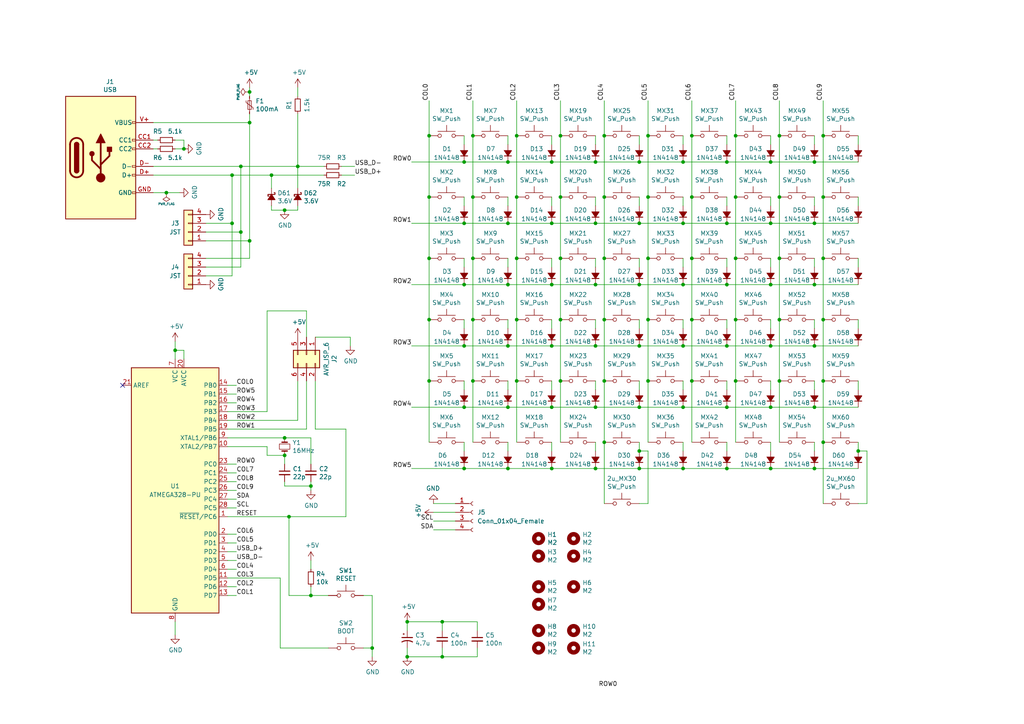
<source format=kicad_sch>
(kicad_sch (version 20211123) (generator eeschema)
  (paper "A4")
  (title_block (title "Lumberjack PCB") (date "2022-02-25") (rev "1.6"))
  (junction (at 198.12 135.89))
  (junction (at 86.36 48.26))
  (junction (at 90.17 140.97))
  (junction (at 223.52 64.77))
  (junction (at 200.66 92.71))
  (junction (at 185.42 64.77))
  (junction (at 160.02 46.99))
  (junction (at 226.06 39.37))
  (junction (at 160.02 100.33))
  (junction (at 185.42 118.11))
  (junction (at 107.95 187.96))
  (junction (at 134.62 135.89))
  (junction (at 134.62 46.99))
  (junction (at 175.26 57.15))
  (junction (at 160.02 118.11))
  (junction (at 67.31 50.8))
  (junction (at 69.85 48.26))
  (junction (at 128.27 190.5))
  (junction (at 185.42 100.33))
  (junction (at 160.02 135.89))
  (junction (at 238.76 128.27))
  (junction (at 134.62 118.11))
  (junction (at 83.82 149.86))
  (junction (at 50.8 101.6))
  (junction (at 82.55 132.08))
  (junction (at 175.26 74.93))
  (junction (at 198.12 64.77))
  (junction (at 213.36 74.93))
  (junction (at 124.46 39.37))
  (junction (at 162.56 74.93))
  (junction (at 137.16 92.71))
  (junction (at 200.66 74.93))
  (junction (at 72.39 26.67))
  (junction (at 210.82 100.33))
  (junction (at 72.39 69.85))
  (junction (at 175.26 39.37))
  (junction (at 124.46 92.71))
  (junction (at 198.12 118.11))
  (junction (at 162.56 110.49))
  (junction (at 82.55 60.96))
  (junction (at 238.76 57.15))
  (junction (at 223.52 82.55))
  (junction (at 149.86 74.93))
  (junction (at 226.06 92.71))
  (junction (at 160.02 64.77))
  (junction (at 172.72 82.55))
  (junction (at 162.56 57.15))
  (junction (at 187.96 57.15))
  (junction (at 236.22 135.89))
  (junction (at 69.85 67.31))
  (junction (at 226.06 110.49))
  (junction (at 226.06 74.93))
  (junction (at 236.22 82.55))
  (junction (at 248.92 130.81))
  (junction (at 90.17 172.72))
  (junction (at 236.22 100.33))
  (junction (at 238.76 39.37))
  (junction (at 72.39 35.56))
  (junction (at 162.56 39.37))
  (junction (at 185.42 82.55))
  (junction (at 124.46 57.15))
  (junction (at 134.62 64.77))
  (junction (at 147.32 100.33))
  (junction (at 147.32 135.89))
  (junction (at 213.36 92.71))
  (junction (at 210.82 118.11))
  (junction (at 149.86 39.37))
  (junction (at 236.22 46.99))
  (junction (at 187.96 39.37))
  (junction (at 137.16 74.93))
  (junction (at 118.11 180.34))
  (junction (at 67.31 64.77))
  (junction (at 175.26 92.71))
  (junction (at 223.52 46.99))
  (junction (at 213.36 57.15))
  (junction (at 185.42 135.89))
  (junction (at 172.72 64.77))
  (junction (at 134.62 100.33))
  (junction (at 149.86 110.49))
  (junction (at 137.16 110.49))
  (junction (at 223.52 135.89))
  (junction (at 213.36 39.37))
  (junction (at 149.86 92.71))
  (junction (at 185.42 46.99))
  (junction (at 236.22 64.77))
  (junction (at 48.26 55.88))
  (junction (at 175.26 128.27))
  (junction (at 172.72 100.33))
  (junction (at 187.96 74.93))
  (junction (at 137.16 57.15))
  (junction (at 175.26 110.49))
  (junction (at 236.22 118.11))
  (junction (at 160.02 82.55))
  (junction (at 124.46 74.93))
  (junction (at 223.52 100.33))
  (junction (at 187.96 92.71))
  (junction (at 238.76 92.71))
  (junction (at 147.32 46.99))
  (junction (at 172.72 118.11))
  (junction (at 198.12 46.99))
  (junction (at 78.74 50.8))
  (junction (at 200.66 39.37))
  (junction (at 223.52 118.11))
  (junction (at 238.76 110.49))
  (junction (at 213.36 110.49))
  (junction (at 198.12 82.55))
  (junction (at 210.82 82.55))
  (junction (at 149.86 57.15))
  (junction (at 172.72 135.89))
  (junction (at 124.46 110.49))
  (junction (at 147.32 118.11))
  (junction (at 200.66 57.15))
  (junction (at 226.06 57.15))
  (junction (at 147.32 64.77))
  (junction (at 200.66 110.49))
  (junction (at 238.76 74.93))
  (junction (at 128.27 180.34))
  (junction (at 210.82 64.77))
  (junction (at 185.42 130.81))
  (junction (at 134.62 82.55))
  (junction (at 147.32 82.55))
  (junction (at 198.12 100.33))
  (junction (at 82.55 127))
  (junction (at 162.56 92.71))
  (junction (at 210.82 46.99))
  (junction (at 210.82 135.89))
  (junction (at 187.96 110.49))
  (junction (at 118.11 190.5))
  (junction (at 53.34 43.18))
  (junction (at 172.72 46.99))
  (junction (at 137.16 39.37))
  (no_connect (at 35.56 111.76))
  (wire (pts (xy 81.28 167.64) (xy 81.28 187.96)))
  (wire (pts (xy 213.36 74.93) (xy 213.36 92.71)))
  (wire (pts (xy 160.02 57.15) (xy 160.02 59.69)))
  (wire (pts (xy 137.16 39.37) (xy 137.16 29.21)))
  (wire (pts (xy 119.38 46.99) (xy 134.62 46.99)))
  (wire (pts (xy 66.04 111.76) (xy 68.58 111.76)))
  (wire (pts (xy 69.85 48.26) (xy 86.36 48.26)))
  (wire (pts (xy 198.12 100.33) (xy 210.82 100.33)))
  (wire (pts (xy 53.34 101.6) (xy 50.8 101.6)))
  (wire (pts (xy 149.86 92.71) (xy 149.86 110.49)))
  (wire (pts (xy 185.42 82.55) (xy 198.12 82.55)))
  (wire (pts (xy 160.02 39.37) (xy 160.02 41.91)))
  (wire (pts (xy 226.06 39.37) (xy 226.06 57.15)))
  (wire (pts (xy 66.04 144.78) (xy 68.58 144.78)))
  (wire (pts (xy 44.45 50.8) (xy 67.31 50.8)))
  (wire (pts (xy 90.17 127) (xy 90.17 134.62)))
  (wire (pts (xy 66.04 170.18) (xy 68.58 170.18)))
  (wire (pts (xy 82.55 139.7) (xy 82.55 140.97)))
  (wire (pts (xy 223.52 110.49) (xy 223.52 113.03)))
  (wire (pts (xy 107.95 187.96) (xy 107.95 190.5)))
  (wire (pts (xy 238.76 57.15) (xy 238.76 74.93)))
  (wire (pts (xy 90.17 172.72) (xy 95.25 172.72)))
  (wire (pts (xy 77.47 129.54) (xy 66.04 129.54)))
  (wire (pts (xy 149.86 39.37) (xy 149.86 29.21)))
  (wire (pts (xy 251.46 130.81) (xy 248.92 130.81)))
  (wire (pts (xy 238.76 74.93) (xy 238.76 92.71)))
  (wire (pts (xy 82.55 140.97) (xy 90.17 140.97)))
  (wire (pts (xy 90.17 142.24) (xy 90.17 140.97)))
  (wire (pts (xy 162.56 74.93) (xy 162.56 57.15)))
  (wire (pts (xy 226.06 57.15) (xy 226.06 74.93)))
  (wire (pts (xy 187.96 130.81) (xy 185.42 130.81)))
  (wire (pts (xy 78.74 50.8) (xy 78.74 54.61)))
  (wire (pts (xy 137.16 74.93) (xy 137.16 92.71)))
  (wire (pts (xy 172.72 92.71) (xy 172.72 95.25)))
  (wire (pts (xy 238.76 92.71) (xy 238.76 110.49)))
  (wire (pts (xy 200.66 57.15) (xy 200.66 39.37)))
  (wire (pts (xy 223.52 74.93) (xy 223.52 77.47)))
  (wire (pts (xy 44.45 43.18) (xy 45.72 43.18)))
  (wire (pts (xy 118.11 187.96) (xy 118.11 190.5)))
  (wire (pts (xy 67.31 64.77) (xy 67.31 80.01)))
  (wire (pts (xy 66.04 142.24) (xy 68.58 142.24)))
  (wire (pts (xy 68.58 154.94) (xy 66.04 154.94)))
  (wire (pts (xy 147.32 46.99) (xy 160.02 46.99)))
  (wire (pts (xy 134.62 74.93) (xy 134.62 77.47)))
  (wire (pts (xy 147.32 64.77) (xy 160.02 64.77)))
  (wire (pts (xy 187.96 57.15) (xy 187.96 39.37)))
  (wire (pts (xy 86.36 110.49) (xy 86.36 121.92)))
  (wire (pts (xy 72.39 69.85) (xy 72.39 74.93)))
  (wire (pts (xy 72.39 33.02) (xy 72.39 35.56)))
  (wire (pts (xy 236.22 92.71) (xy 236.22 95.25)))
  (wire (pts (xy 78.74 50.8) (xy 93.98 50.8)))
  (wire (pts (xy 200.66 74.93) (xy 200.66 57.15)))
  (wire (pts (xy 66.04 119.38) (xy 77.47 119.38)))
  (wire (pts (xy 124.46 74.93) (xy 124.46 57.15)))
  (wire (pts (xy 160.02 82.55) (xy 172.72 82.55)))
  (wire (pts (xy 134.62 64.77) (xy 147.32 64.77)))
  (wire (pts (xy 67.31 50.8) (xy 78.74 50.8)))
  (wire (pts (xy 66.04 147.32) (xy 68.58 147.32)))
  (wire (pts (xy 210.82 118.11) (xy 223.52 118.11)))
  (wire (pts (xy 72.39 74.93) (xy 59.69 74.93)))
  (wire (pts (xy 88.9 90.17) (xy 88.9 97.79)))
  (wire (pts (xy 236.22 39.37) (xy 236.22 41.91)))
  (wire (pts (xy 81.28 187.96) (xy 95.25 187.96)))
  (wire (pts (xy 82.55 132.08) (xy 77.47 132.08)))
  (wire (pts (xy 69.85 48.26) (xy 69.85 67.31)))
  (wire (pts (xy 134.62 92.71) (xy 134.62 95.25)))
  (wire (pts (xy 160.02 135.89) (xy 172.72 135.89)))
  (wire (pts (xy 236.22 82.55) (xy 248.92 82.55)))
  (wire (pts (xy 86.36 60.96) (xy 86.36 59.69)))
  (wire (pts (xy 248.92 110.49) (xy 248.92 113.03)))
  (wire (pts (xy 236.22 100.33) (xy 248.92 100.33)))
  (wire (pts (xy 226.06 110.49) (xy 226.06 128.27)))
  (wire (pts (xy 118.11 180.34) (xy 118.11 182.88)))
  (wire (pts (xy 172.72 128.27) (xy 172.72 130.81)))
  (wire (pts (xy 147.32 118.11) (xy 160.02 118.11)))
  (wire (pts (xy 248.92 146.05) (xy 251.46 146.05)))
  (wire (pts (xy 236.22 128.27) (xy 236.22 130.81)))
  (wire (pts (xy 172.72 110.49) (xy 172.72 113.03)))
  (wire (pts (xy 187.96 74.93) (xy 187.96 57.15)))
  (wire (pts (xy 185.42 57.15) (xy 185.42 59.69)))
  (wire (pts (xy 162.56 92.71) (xy 162.56 110.49)))
  (wire (pts (xy 69.85 67.31) (xy 59.69 67.31)))
  (wire (pts (xy 72.39 25.4) (xy 72.39 26.67)))
  (wire (pts (xy 68.58 134.62) (xy 66.04 134.62)))
  (wire (pts (xy 66.04 165.1) (xy 68.58 165.1)))
  (wire (pts (xy 248.92 57.15) (xy 248.92 59.69)))
  (wire (pts (xy 134.62 135.89) (xy 147.32 135.89)))
  (wire (pts (xy 147.32 135.89) (xy 160.02 135.89)))
  (wire (pts (xy 200.66 29.21) (xy 200.66 39.37)))
  (wire (pts (xy 198.12 64.77) (xy 210.82 64.77)))
  (wire (pts (xy 66.04 157.48) (xy 68.58 157.48)))
  (wire (pts (xy 187.96 110.49) (xy 187.96 128.27)))
  (wire (pts (xy 128.27 187.96) (xy 128.27 190.5)))
  (wire (pts (xy 251.46 146.05) (xy 251.46 130.81)))
  (wire (pts (xy 185.42 46.99) (xy 198.12 46.99)))
  (wire (pts (xy 236.22 135.89) (xy 248.92 135.89)))
  (wire (pts (xy 187.96 92.71) (xy 187.96 110.49)))
  (wire (pts (xy 82.55 132.08) (xy 82.55 134.62)))
  (wire (pts (xy 90.17 140.97) (xy 90.17 139.7)))
  (wire (pts (xy 66.04 137.16) (xy 68.58 137.16)))
  (wire (pts (xy 119.38 64.77) (xy 134.62 64.77)))
  (wire (pts (xy 134.62 110.49) (xy 134.62 113.03)))
  (wire (pts (xy 91.44 97.79) (xy 101.6 97.79)))
  (wire (pts (xy 69.85 77.47) (xy 59.69 77.47)))
  (wire (pts (xy 172.72 82.55) (xy 185.42 82.55)))
  (wire (pts (xy 185.42 146.05) (xy 187.96 146.05)))
  (wire (pts (xy 124.46 110.49) (xy 124.46 128.27)))
  (wire (pts (xy 162.56 110.49) (xy 162.56 128.27)))
  (wire (pts (xy 90.17 170.18) (xy 90.17 172.72)))
  (wire (pts (xy 53.34 43.18) (xy 50.8 43.18)))
  (wire (pts (xy 238.76 110.49) (xy 238.76 128.27)))
  (wire (pts (xy 248.92 39.37) (xy 248.92 41.91)))
  (wire (pts (xy 137.16 74.93) (xy 137.16 57.15)))
  (wire (pts (xy 172.72 135.89) (xy 185.42 135.89)))
  (wire (pts (xy 147.32 92.71) (xy 147.32 95.25)))
  (wire (pts (xy 223.52 100.33) (xy 236.22 100.33)))
  (wire (pts (xy 248.92 74.93) (xy 248.92 77.47)))
  (wire (pts (xy 213.36 92.71) (xy 213.36 110.49)))
  (wire (pts (xy 160.02 128.27) (xy 160.02 130.81)))
  (wire (pts (xy 53.34 40.64) (xy 53.34 43.18)))
  (wire (pts (xy 66.04 167.64) (xy 81.28 167.64)))
  (wire (pts (xy 185.42 135.89) (xy 198.12 135.89)))
  (wire (pts (xy 44.45 40.64) (xy 45.72 40.64)))
  (wire (pts (xy 185.42 39.37) (xy 185.42 41.91)))
  (wire (pts (xy 185.42 128.27) (xy 185.42 130.81)))
  (wire (pts (xy 134.62 100.33) (xy 147.32 100.33)))
  (wire (pts (xy 77.47 129.54) (xy 77.47 132.08)))
  (wire (pts (xy 125.73 146.05) (xy 132.08 146.05)))
  (wire (pts (xy 172.72 46.99) (xy 185.42 46.99)))
  (wire (pts (xy 162.56 57.15) (xy 162.56 39.37)))
  (wire (pts (xy 175.26 57.15) (xy 175.26 39.37)))
  (wire (pts (xy 175.26 74.93) (xy 175.26 92.71)))
  (wire (pts (xy 236.22 110.49) (xy 236.22 113.03)))
  (wire (pts (xy 172.72 64.77) (xy 185.42 64.77)))
  (wire (pts (xy 213.36 39.37) (xy 213.36 57.15)))
  (wire (pts (xy 236.22 118.11) (xy 248.92 118.11)))
  (wire (pts (xy 86.36 48.26) (xy 86.36 54.61)))
  (wire (pts (xy 50.8 104.14) (xy 50.8 101.6)))
  (wire (pts (xy 125.73 148.59) (xy 132.08 148.59)))
  (wire (pts (xy 147.32 82.55) (xy 160.02 82.55)))
  (wire (pts (xy 160.02 118.11) (xy 172.72 118.11)))
  (wire (pts (xy 88.9 110.49) (xy 88.9 124.46)))
  (wire (pts (xy 67.31 64.77) (xy 59.69 64.77)))
  (wire (pts (xy 77.47 119.38) (xy 77.47 90.17)))
  (wire (pts (xy 124.46 39.37) (xy 124.46 29.21)))
  (wire (pts (xy 162.56 39.37) (xy 162.56 29.21)))
  (wire (pts (xy 160.02 64.77) (xy 172.72 64.77)))
  (wire (pts (xy 198.12 128.27) (xy 198.12 130.81)))
  (wire (pts (xy 90.17 165.1) (xy 90.17 162.56)))
  (wire (pts (xy 100.33 124.46) (xy 100.33 149.86)))
  (wire (pts (xy 238.76 29.21) (xy 238.76 39.37)))
  (wire (pts (xy 86.36 48.26) (xy 93.98 48.26)))
  (wire (pts (xy 77.47 90.17) (xy 88.9 90.17)))
  (wire (pts (xy 125.73 153.67) (xy 132.08 153.67)))
  (wire (pts (xy 223.52 128.27) (xy 223.52 130.81)))
  (wire (pts (xy 147.32 110.49) (xy 147.32 113.03)))
  (wire (pts (xy 175.26 128.27) (xy 175.26 146.05)))
  (wire (pts (xy 128.27 190.5) (xy 118.11 190.5)))
  (wire (pts (xy 223.52 118.11) (xy 236.22 118.11)))
  (wire (pts (xy 223.52 39.37) (xy 223.52 41.91)))
  (wire (pts (xy 83.82 149.86) (xy 83.82 172.72)))
  (wire (pts (xy 175.26 74.93) (xy 175.26 57.15)))
  (wire (pts (xy 198.12 92.71) (xy 198.12 95.25)))
  (wire (pts (xy 78.74 59.69) (xy 78.74 60.96)))
  (wire (pts (xy 238.76 128.27) (xy 238.76 146.05)))
  (wire (pts (xy 107.95 172.72) (xy 107.95 187.96)))
  (wire (pts (xy 236.22 57.15) (xy 236.22 59.69)))
  (wire (pts (xy 162.56 74.93) (xy 162.56 92.71)))
  (wire (pts (xy 105.41 187.96) (xy 107.95 187.96)))
  (wire (pts (xy 172.72 100.33) (xy 185.42 100.33)))
  (wire (pts (xy 86.36 33.02) (xy 86.36 48.26)))
  (wire (pts (xy 185.42 100.33) (xy 198.12 100.33)))
  (wire (pts (xy 160.02 92.71) (xy 160.02 95.25)))
  (wire (pts (xy 44.45 35.56) (xy 72.39 35.56)))
  (wire (pts (xy 134.62 46.99) (xy 147.32 46.99)))
  (wire (pts (xy 124.46 57.15) (xy 124.46 39.37)))
  (wire (pts (xy 223.52 64.77) (xy 236.22 64.77)))
  (wire (pts (xy 72.39 69.85) (xy 59.69 69.85)))
  (wire (pts (xy 134.62 82.55) (xy 147.32 82.55)))
  (wire (pts (xy 125.73 151.13) (xy 132.08 151.13)))
  (wire (pts (xy 223.52 46.99) (xy 236.22 46.99)))
  (wire (pts (xy 138.43 190.5) (xy 128.27 190.5)))
  (wire (pts (xy 210.82 135.89) (xy 223.52 135.89)))
  (wire (pts (xy 198.12 82.55) (xy 210.82 82.55)))
  (wire (pts (xy 185.42 110.49) (xy 185.42 113.03)))
  (wire (pts (xy 100.33 149.86) (xy 83.82 149.86)))
  (wire (pts (xy 236.22 64.77) (xy 248.92 64.77)))
  (wire (pts (xy 66.04 160.02) (xy 68.58 160.02)))
  (wire (pts (xy 66.04 139.7) (xy 68.58 139.7)))
  (wire (pts (xy 66.04 114.3) (xy 68.58 114.3)))
  (wire (pts (xy 137.16 110.49) (xy 137.16 128.27)))
  (wire (pts (xy 187.96 39.37) (xy 187.96 29.21)))
  (wire (pts (xy 213.36 29.21) (xy 213.36 39.37)))
  (wire (pts (xy 105.41 172.72) (xy 107.95 172.72)))
  (wire (pts (xy 66.04 116.84) (xy 68.58 116.84)))
  (wire (pts (xy 147.32 39.37) (xy 147.32 41.91)))
  (wire (pts (xy 118.11 180.34) (xy 128.27 180.34)))
  (wire (pts (xy 210.82 110.49) (xy 210.82 113.03)))
  (wire (pts (xy 226.06 92.71) (xy 226.06 110.49)))
  (wire (pts (xy 223.52 57.15) (xy 223.52 59.69)))
  (wire (pts (xy 119.38 82.55) (xy 134.62 82.55)))
  (wire (pts (xy 78.74 60.96) (xy 82.55 60.96)))
  (wire (pts (xy 172.72 39.37) (xy 172.72 41.91)))
  (wire (pts (xy 172.72 74.93) (xy 172.72 77.47)))
  (wire (pts (xy 175.26 92.71) (xy 175.26 110.49)))
  (wire (pts (xy 91.44 124.46) (xy 100.33 124.46)))
  (wire (pts (xy 83.82 172.72) (xy 90.17 172.72)))
  (wire (pts (xy 44.45 55.88) (xy 48.26 55.88)))
  (wire (pts (xy 82.55 60.96) (xy 86.36 60.96)))
  (wire (pts (xy 72.39 26.67) (xy 72.39 27.94)))
  (wire (pts (xy 213.36 74.93) (xy 213.36 57.15)))
  (wire (pts (xy 138.43 187.96) (xy 138.43 190.5)))
  (wire (pts (xy 210.82 92.71) (xy 210.82 95.25)))
  (wire (pts (xy 200.66 110.49) (xy 200.66 128.27)))
  (wire (pts (xy 198.12 39.37) (xy 198.12 41.91)))
  (wire (pts (xy 101.6 97.79) (xy 101.6 100.33)))
  (wire (pts (xy 134.62 118.11) (xy 147.32 118.11)))
  (wire (pts (xy 236.22 46.99) (xy 248.92 46.99)))
  (wire (pts (xy 137.16 92.71) (xy 137.16 110.49)))
  (wire (pts (xy 48.26 55.88) (xy 52.07 55.88)))
  (wire (pts (xy 99.06 48.26) (xy 102.87 48.26)))
  (wire (pts (xy 128.27 180.34) (xy 128.27 182.88)))
  (wire (pts (xy 72.39 35.56) (xy 72.39 69.85)))
  (wire (pts (xy 175.26 39.37) (xy 175.26 29.21)))
  (wire (pts (xy 66.04 121.92) (xy 86.36 121.92)))
  (wire (pts (xy 160.02 46.99) (xy 172.72 46.99)))
  (wire (pts (xy 137.16 57.15) (xy 137.16 39.37)))
  (wire (pts (xy 67.31 80.01) (xy 59.69 80.01)))
  (wire (pts (xy 200.66 92.71) (xy 200.66 110.49)))
  (wire (pts (xy 210.82 39.37) (xy 210.82 41.91)))
  (wire (pts (xy 187.96 74.93) (xy 187.96 92.71)))
  (wire (pts (xy 238.76 39.37) (xy 238.76 57.15)))
  (wire (pts (xy 172.72 57.15) (xy 172.72 59.69)))
  (wire (pts (xy 160.02 110.49) (xy 160.02 113.03)))
  (wire (pts (xy 128.27 180.34) (xy 138.43 180.34)))
  (wire (pts (xy 134.62 39.37) (xy 134.62 41.91)))
  (wire (pts (xy 223.52 92.71) (xy 223.52 95.25)))
  (wire (pts (xy 119.38 118.11) (xy 134.62 118.11)))
  (wire (pts (xy 226.06 29.21) (xy 226.06 39.37)))
  (wire (pts (xy 134.62 57.15) (xy 134.62 59.69)))
  (wire (pts (xy 187.96 146.05) (xy 187.96 130.81)))
  (wire (pts (xy 119.38 100.33) (xy 134.62 100.33)))
  (wire (pts (xy 198.12 118.11) (xy 210.82 118.11)))
  (wire (pts (xy 248.92 92.71) (xy 248.92 95.25)))
  (wire (pts (xy 198.12 135.89) (xy 210.82 135.89)))
  (wire (pts (xy 82.55 127) (xy 90.17 127)))
  (wire (pts (xy 69.85 67.31) (xy 69.85 77.47)))
  (wire (pts (xy 185.42 92.71) (xy 185.42 95.25)))
  (wire (pts (xy 138.43 180.34) (xy 138.43 182.88)))
  (wire (pts (xy 91.44 110.49) (xy 91.44 124.46)))
  (wire (pts (xy 149.86 74.93) (xy 149.86 92.71)))
  (wire (pts (xy 185.42 118.11) (xy 198.12 118.11)))
  (wire (pts (xy 149.86 110.49) (xy 149.86 128.27)))
  (wire (pts (xy 99.06 50.8) (xy 102.87 50.8)))
  (wire (pts (xy 210.82 74.93) (xy 210.82 77.47)))
  (wire (pts (xy 198.12 74.93) (xy 198.12 77.47)))
  (wire (pts (xy 213.36 110.49) (xy 213.36 128.27)))
  (wire (pts (xy 124.46 74.93) (xy 124.46 92.71)))
  (wire (pts (xy 66.04 162.56) (xy 68.58 162.56)))
  (wire (pts (xy 175.26 110.49) (xy 175.26 128.27)))
  (wire (pts (xy 236.22 74.93) (xy 236.22 77.47)))
  (wire (pts (xy 223.52 135.89) (xy 236.22 135.89)))
  (wire (pts (xy 185.42 74.93) (xy 185.42 77.47)))
  (wire (pts (xy 50.8 101.6) (xy 50.8 99.06)))
  (wire (pts (xy 67.31 50.8) (xy 67.31 64.77)))
  (wire (pts (xy 223.52 82.55) (xy 236.22 82.55)))
  (wire (pts (xy 160.02 100.33) (xy 172.72 100.33)))
  (wire (pts (xy 66.04 127) (xy 82.55 127)))
  (wire (pts (xy 66.04 124.46) (xy 88.9 124.46)))
  (wire (pts (xy 198.12 46.99) (xy 210.82 46.99)))
  (wire (pts (xy 147.32 57.15) (xy 147.32 59.69)))
  (wire (pts (xy 198.12 110.49) (xy 198.12 113.03)))
  (wire (pts (xy 147.32 74.93) (xy 147.32 77.47)))
  (wire (pts (xy 66.04 172.72) (xy 68.58 172.72)))
  (wire (pts (xy 210.82 57.15) (xy 210.82 59.69)))
  (wire (pts (xy 200.66 74.93) (xy 200.66 92.71)))
  (wire (pts (xy 210.82 82.55) (xy 223.52 82.55)))
  (wire (pts (xy 185.42 64.77) (xy 198.12 64.77)))
  (wire (pts (xy 134.62 128.27) (xy 134.62 130.81)))
  (wire (pts (xy 50.8 40.64) (xy 53.34 40.64)))
  (wire (pts (xy 119.38 135.89) (xy 134.62 135.89)))
  (wire (pts (xy 147.32 100.33) (xy 160.02 100.33)))
  (wire (pts (xy 210.82 64.77) (xy 223.52 64.77)))
  (wire (pts (xy 160.02 74.93) (xy 160.02 77.47)))
  (wire (pts (xy 149.86 74.93) (xy 149.86 57.15)))
  (wire (pts (xy 172.72 118.11) (xy 185.42 118.11)))
  (wire (pts (xy 198.12 57.15) (xy 198.12 59.69)))
  (wire (pts (xy 226.06 74.93) (xy 226.06 92.71)))
  (wire (pts (xy 149.86 57.15) (xy 149.86 39.37)))
  (wire (pts (xy 210.82 100.33) (xy 223.52 100.33)))
  (wire (pts (xy 210.82 46.99) (xy 223.52 46.99)))
  (wire (pts (xy 86.36 27.94) (xy 86.36 25.4)))
  (wire (pts (xy 124.46 92.71) (xy 124.46 110.49)))
  (wire (pts (xy 50.8 184.15) (xy 50.8 180.34)))
  (wire (pts (xy 53.34 101.6) (xy 53.34 104.14)))
  (wire (pts (xy 44.45 48.26) (xy 69.85 48.26)))
  (wire (pts (xy 248.92 128.27) (xy 248.92 130.81)))
  (wire (pts (xy 210.82 128.27) (xy 210.82 130.81)))
  (wire (pts (xy 147.32 128.27) (xy 147.32 130.81)))
  (wire (pts (xy 66.04 149.86) (xy 83.82 149.86)))
  (label "COL7" (at 213.36 29.21 90))
  (label "COL8" (at 68.58 139.7 0))
  (label "COL5" (at 187.96 29.21 90))
  (label "COL9" (at 68.58 142.24 0))
  (label "ROW3" (at 119.38 100.33 180))
  (label "USB_D+" (at 68.58 160.02 0))
  (label "COL2" (at 149.86 29.21 90))
  (label "COL6" (at 200.66 29.21 90))
  (label "COL0" (at 68.58 111.76 0))
  (label "COL5" (at 68.58 157.48 0))
  (label "COL6" (at 68.58 154.94 0))
  (label "USB_D-" (at 102.87 48.26 0))
  (label "SDA" (at 125.73 153.67 180))
  (label "ROW0" (at 68.58 134.62 0))
  (label "ROW4" (at 68.58 116.84 0))
  (label "ROW0" (at 119.38 46.99 180))
  (label "COL8" (at 226.06 29.21 90))
  (label "ROW2" (at 119.38 82.55 180))
  (label "COL0" (at 124.46 29.21 90))
  (label "COL1" (at 68.58 172.72 0))
  (label "SDA" (at 68.58 144.78 0))
  (label "ROW1" (at 68.58 124.46 0))
  (label "COL3" (at 68.58 167.64 0))
  (label "ROW4" (at 119.38 118.11 180))
  (label "SCL" (at 68.58 147.32 0))
  (label "USB_D+" (at 102.87 50.8 0))
  (label "ROW1" (at 119.38 64.77 180))
  (label "RESET" (at 68.58 149.86 0))
  (label "ROW5" (at 119.38 135.89 180))
  (label "COL4" (at 175.26 29.21 90))
  (label "COL9" (at 238.76 29.21 90))
  (label "COL4" (at 68.58 165.1 0))
  (label "COL3" (at 162.56 29.21 90))
  (label "SCL" (at 125.73 151.13 180))
  (label "ROW5" (at 68.58 114.3 0))
  (label "COL1" (at 137.16 29.21 90))
  (label "ROW3" (at 68.58 119.38 0))
  (label "ROW0" (at 179.07 199.39 180))
  (label "COL2" (at 68.58 170.18 0))
  (label "COL7" (at 68.58 137.16 0))
  (label "USB_D-" (at 68.58 162.56 0))
  (label "ROW2" (at 68.58 121.92 0))
  (symbol (lib_id "Switch:SW_Push") (at 129.54 39.37 0) (mirror y) (unit 1)
    (property "Reference" "MX1" (at 129.54 32.131 0))
    (property "Value" "SW_Push" (at 129.54 34.4424 0))
    (property "Footprint" "lumberjack:MX_Alps_Choc" (effects hide))
  )
  (symbol (lib_id "lumberjack-rescue:D_Small_ALT-Device") (at 134.62 44.45 270) (mirror x) (unit 1)
    (property "Reference" "D1" (at 128.27 43.18 90) (effects (justify left)))
    (property "Value" "1N4148" (at 125.73 45.72 90) (effects (justify left)))
    (property "Footprint" "Diode_THT:D_DO-35_SOD27_P7.62mm_Horizontal" (effects hide))
  )
  (symbol (lib_id "Switch:SW_Push") (at 129.54 57.15 0) (mirror y) (unit 1)
    (property "Reference" "MX2" (at 129.54 49.911 0))
    (property "Value" "SW_Push" (at 129.54 52.2224 0))
    (property "Footprint" "lumberjack:MX_Alps_Choc" (effects hide))
  )
  (symbol (lib_id "lumberjack-rescue:D_Small_ALT-Device") (at 134.62 62.23 270) (mirror x) (unit 1)
    (property "Reference" "D2" (at 128.27 60.96 90) (effects (justify left)))
    (property "Value" "1N4148" (at 125.73 63.5 90) (effects (justify left)))
    (property "Footprint" "Diode_THT:D_DO-35_SOD27_P7.62mm_Horizontal" (effects hide))
  )
  (symbol (lib_id "Switch:SW_Push") (at 129.54 74.93 0) (mirror y) (unit 1)
    (property "Reference" "MX3" (at 129.54 67.691 0))
    (property "Value" "SW_Push" (at 129.54 70.0024 0))
    (property "Footprint" "lumberjack:MX_Alps_Choc" (effects hide))
  )
  (symbol (lib_id "lumberjack-rescue:D_Small_ALT-Device") (at 134.62 80.01 270) (mirror x) (unit 1)
    (property "Reference" "D3" (at 128.27 78.74 90) (effects (justify left)))
    (property "Value" "1N4148" (at 125.73 81.28 90) (effects (justify left)))
    (property "Footprint" "Diode_THT:D_DO-35_SOD27_P7.62mm_Horizontal" (effects hide))
  )
  (symbol (lib_id "Switch:SW_Push") (at 129.54 92.71 0) (mirror y) (unit 1)
    (property "Reference" "MX4" (at 129.54 85.471 0))
    (property "Value" "SW_Push" (at 129.54 87.7824 0))
    (property "Footprint" "lumberjack:MX_Alps_Choc" (effects hide))
  )
  (symbol (lib_id "lumberjack-rescue:D_Small_ALT-Device") (at 134.62 97.79 270) (mirror x) (unit 1)
    (property "Reference" "D4" (at 128.27 96.52 90) (effects (justify left)))
    (property "Value" "1N4148" (at 125.73 99.06 90) (effects (justify left)))
    (property "Footprint" "Diode_THT:D_DO-35_SOD27_P7.62mm_Horizontal" (effects hide))
  )
  (symbol (lib_id "power:PWR_FLAG") (at 72.39 26.67 90) (unit 1)
    (property "Reference" "#FLG03" (effects hide))
    (property "Value" "PWR_FLAG" (at 69.1134 26.67 0) (effects (font (size 0.635 0.635))))
  )
  (symbol (lib_id "power:PWR_FLAG") (at 48.26 55.88 180) (unit 1)
    (property "Reference" "#FLG02" (effects hide))
    (property "Value" "PWR_FLAG" (at 48.26 59.1566 0) (effects (font (size 0.635 0.635))))
  )
  (symbol (lib_id "Mechanical:MountingHole") (at 156.21 156.21 0) (unit 1) (in_bom no)
    (property "Reference" "H1" (at 158.75 155.0416 0) (effects (justify left)))
    (property "Value" "M2" (at 158.75 157.353 0) (effects (justify left)))
    (property "Footprint" "lumberjack:MountingHole_M2" (effects hide))
  )
  (symbol (lib_id "Mechanical:MountingHole") (at 166.37 156.21 0) (unit 1) (in_bom no)
    (property "Reference" "H2" (at 168.91 155.0416 0) (effects (justify left)))
    (property "Value" "M2" (at 168.91 157.353 0) (effects (justify left)))
    (property "Footprint" "lumberjack:MountingHole_M2" (effects hide))
  )
  (symbol (lib_id "Mechanical:MountingHole") (at 156.21 161.29 0) (unit 1) (in_bom no)
    (property "Reference" "H3" (at 158.75 160.1216 0) (effects (justify left)))
    (property "Value" "M2" (at 158.75 162.433 0) (effects (justify left)))
    (property "Footprint" "lumberjack:MountingHole_M2" (effects hide))
  )
  (symbol (lib_id "Mechanical:MountingHole") (at 166.37 161.29 0) (unit 1) (in_bom no)
    (property "Reference" "H4" (at 168.91 160.1216 0) (effects (justify left)))
    (property "Value" "M2" (at 168.91 162.433 0) (effects (justify left)))
    (property "Footprint" "lumberjack:MountingHole_M2" (effects hide))
  )
  (symbol (lib_id "power:+5V") (at 118.11 180.34 0) (unit 1)
    (property "Reference" "#PWR02" (effects hide))
    (property "Value" "+5V" (at 118.491 175.9458 0))
  )
  (symbol (lib_id "Switch:SW_Push") (at 142.24 39.37 0) (mirror y) (unit 1)
    (property "Reference" "MX7" (at 142.24 32.131 0))
    (property "Value" "SW_Push" (at 142.24 34.4424 0))
    (property "Footprint" "lumberjack:MX_Alps_Choc" (effects hide))
  )
  (symbol (lib_id "lumberjack-rescue:D_Small_ALT-Device") (at 147.32 44.45 270) (mirror x) (unit 1)
    (property "Reference" "D7" (at 140.97 43.18 90) (effects (justify left)))
    (property "Value" "1N4148" (at 138.43 45.72 90) (effects (justify left)))
    (property "Footprint" "Diode_THT:D_DO-35_SOD27_P7.62mm_Horizontal" (effects hide))
  )
  (symbol (lib_id "Switch:SW_Push") (at 142.24 57.15 0) (mirror y) (unit 1)
    (property "Reference" "MX8" (at 142.24 49.911 0))
    (property "Value" "SW_Push" (at 142.24 52.2224 0))
    (property "Footprint" "lumberjack:MX_Alps_Choc_NTHSTH" (effects hide))
  )
  (symbol (lib_id "lumberjack-rescue:D_Small_ALT-Device") (at 147.32 62.23 270) (mirror x) (unit 1)
    (property "Reference" "D8" (at 140.97 60.96 90) (effects (justify left)))
    (property "Value" "1N4148" (at 138.43 63.5 90) (effects (justify left)))
    (property "Footprint" "Diode_THT:D_DO-35_SOD27_P7.62mm_Horizontal" (effects hide))
  )
  (symbol (lib_id "Switch:SW_Push") (at 142.24 74.93 0) (mirror y) (unit 1)
    (property "Reference" "MX9" (at 142.24 67.691 0))
    (property "Value" "SW_Push" (at 142.24 70.0024 0))
    (property "Footprint" "lumberjack:MX_Alps_Choc" (effects hide))
  )
  (symbol (lib_id "lumberjack-rescue:D_Small_ALT-Device") (at 147.32 80.01 270) (mirror x) (unit 1)
    (property "Reference" "D9" (at 140.97 78.74 90) (effects (justify left)))
    (property "Value" "1N4148" (at 138.43 81.28 90) (effects (justify left)))
    (property "Footprint" "Diode_THT:D_DO-35_SOD27_P7.62mm_Horizontal" (effects hide))
  )
  (symbol (lib_id "Switch:SW_Push") (at 142.24 92.71 0) (mirror y) (unit 1)
    (property "Reference" "MX10" (at 142.24 85.471 0))
    (property "Value" "SW_Push" (at 142.24 87.7824 0))
    (property "Footprint" "lumberjack:MX_Alps_Choc" (effects hide))
  )
  (symbol (lib_id "lumberjack-rescue:D_Small_ALT-Device") (at 147.32 97.79 270) (mirror x) (unit 1)
    (property "Reference" "D10" (at 140.97 96.52 90) (effects (justify left)))
    (property "Value" "1N4148" (at 138.43 99.06 90) (effects (justify left)))
    (property "Footprint" "Diode_THT:D_DO-35_SOD27_P7.62mm_Horizontal" (effects hide))
  )
  (symbol (lib_id "Switch:SW_Push") (at 154.94 39.37 0) (mirror y) (unit 1)
    (property "Reference" "MX13" (at 154.94 32.131 0))
    (property "Value" "SW_Push" (at 154.94 34.4424 0))
    (property "Footprint" "lumberjack:MX_Alps_Choc" (effects hide))
  )
  (symbol (lib_id "lumberjack-rescue:D_Small_ALT-Device") (at 160.02 44.45 270) (mirror x) (unit 1)
    (property "Reference" "D13" (at 153.67 43.18 90) (effects (justify left)))
    (property "Value" "1N4148" (at 151.13 45.72 90) (effects (justify left)))
    (property "Footprint" "Diode_THT:D_DO-35_SOD27_P7.62mm_Horizontal" (effects hide))
  )
  (symbol (lib_id "Switch:SW_Push") (at 154.94 57.15 0) (mirror y) (unit 1)
    (property "Reference" "MX14" (at 154.94 49.911 0))
    (property "Value" "SW_Push" (at 154.94 52.2224 0))
    (property "Footprint" "lumberjack:MX_Alps_Choc" (effects hide))
  )
  (symbol (lib_id "lumberjack-rescue:D_Small_ALT-Device") (at 160.02 62.23 270) (mirror x) (unit 1)
    (property "Reference" "D14" (at 153.67 60.96 90) (effects (justify left)))
    (property "Value" "1N4148" (at 151.13 63.5 90) (effects (justify left)))
    (property "Footprint" "Diode_THT:D_DO-35_SOD27_P7.62mm_Horizontal" (effects hide))
  )
  (symbol (lib_id "Switch:SW_Push") (at 154.94 74.93 0) (mirror y) (unit 1)
    (property "Reference" "MX15" (at 154.94 67.691 0))
    (property "Value" "SW_Push" (at 154.94 70.0024 0))
    (property "Footprint" "lumberjack:MX_Alps_Choc" (effects hide))
  )
  (symbol (lib_id "lumberjack-rescue:D_Small_ALT-Device") (at 160.02 80.01 270) (mirror x) (unit 1)
    (property "Reference" "D15" (at 153.67 78.74 90) (effects (justify left)))
    (property "Value" "1N4148" (at 151.13 81.28 90) (effects (justify left)))
    (property "Footprint" "Diode_THT:D_DO-35_SOD27_P7.62mm_Horizontal" (effects hide))
  )
  (symbol (lib_id "Switch:SW_Push") (at 154.94 92.71 0) (mirror y) (unit 1)
    (property "Reference" "MX16" (at 154.94 85.471 0))
    (property "Value" "SW_Push" (at 154.94 87.7824 0))
    (property "Footprint" "lumberjack:MX_Alps_Choc" (effects hide))
  )
  (symbol (lib_id "lumberjack-rescue:D_Small_ALT-Device") (at 160.02 97.79 270) (mirror x) (unit 1)
    (property "Reference" "D16" (at 153.67 96.52 90) (effects (justify left)))
    (property "Value" "1N4148" (at 151.13 99.06 90) (effects (justify left)))
    (property "Footprint" "Diode_THT:D_DO-35_SOD27_P7.62mm_Horizontal" (effects hide))
  )
  (symbol (lib_id "Switch:SW_Push") (at 167.64 39.37 0) (mirror y) (unit 1)
    (property "Reference" "MX19" (at 167.64 32.131 0))
    (property "Value" "SW_Push" (at 167.64 34.4424 0))
    (property "Footprint" "lumberjack:MX_Alps_Choc" (effects hide))
  )
  (symbol (lib_id "lumberjack-rescue:D_Small_ALT-Device") (at 172.72 44.45 270) (mirror x) (unit 1)
    (property "Reference" "D19" (at 166.37 43.18 90) (effects (justify left)))
    (property "Value" "1N4148" (at 163.83 45.72 90) (effects (justify left)))
    (property "Footprint" "Diode_THT:D_DO-35_SOD27_P7.62mm_Horizontal" (effects hide))
  )
  (symbol (lib_id "Switch:SW_Push") (at 167.64 57.15 0) (mirror y) (unit 1)
    (property "Reference" "MX20" (at 167.64 49.911 0))
    (property "Value" "SW_Push" (at 167.64 52.2224 0))
    (property "Footprint" "lumberjack:MX_Alps_Choc" (effects hide))
  )
  (symbol (lib_id "lumberjack-rescue:D_Small_ALT-Device") (at 172.72 62.23 270) (mirror x) (unit 1)
    (property "Reference" "D20" (at 166.37 60.96 90) (effects (justify left)))
    (property "Value" "1N4148" (at 163.83 63.5 90) (effects (justify left)))
    (property "Footprint" "Diode_THT:D_DO-35_SOD27_P7.62mm_Horizontal" (effects hide))
  )
  (symbol (lib_id "Switch:SW_Push") (at 167.64 74.93 0) (mirror y) (unit 1)
    (property "Reference" "MX21" (at 167.64 67.691 0))
    (property "Value" "SW_Push" (at 167.64 70.0024 0))
    (property "Footprint" "lumberjack:MX_Alps_Choc" (effects hide))
  )
  (symbol (lib_id "lumberjack-rescue:D_Small_ALT-Device") (at 172.72 80.01 270) (mirror x) (unit 1)
    (property "Reference" "D21" (at 166.37 78.74 90) (effects (justify left)))
    (property "Value" "1N4148" (at 163.83 81.28 90) (effects (justify left)))
    (property "Footprint" "Diode_THT:D_DO-35_SOD27_P7.62mm_Horizontal" (effects hide))
  )
  (symbol (lib_id "Switch:SW_Push") (at 167.64 92.71 0) (mirror y) (unit 1)
    (property "Reference" "MX22" (at 167.64 85.471 0))
    (property "Value" "SW_Push" (at 167.64 87.7824 0))
    (property "Footprint" "lumberjack:MX_Alps_Choc" (effects hide))
  )
  (symbol (lib_id "lumberjack-rescue:D_Small_ALT-Device") (at 172.72 97.79 270) (mirror x) (unit 1)
    (property "Reference" "D22" (at 166.37 96.52 90) (effects (justify left)))
    (property "Value" "1N4148" (at 163.83 99.06 90) (effects (justify left)))
    (property "Footprint" "Diode_THT:D_DO-35_SOD27_P7.62mm_Horizontal" (effects hide))
  )
  (symbol (lib_id "Switch:SW_Push") (at 180.34 39.37 0) (mirror y) (unit 1)
    (property "Reference" "MX25" (at 180.34 32.131 0))
    (property "Value" "SW_Push" (at 180.34 34.4424 0))
    (property "Footprint" "lumberjack:MX_Alps_Choc" (effects hide))
  )
  (symbol (lib_id "lumberjack-rescue:D_Small_ALT-Device") (at 185.42 44.45 270) (mirror x) (unit 1)
    (property "Reference" "D25" (at 179.07 43.18 90) (effects (justify left)))
    (property "Value" "1N4148" (at 176.53 45.72 90) (effects (justify left)))
    (property "Footprint" "Diode_THT:D_DO-35_SOD27_P7.62mm_Horizontal" (effects hide))
  )
  (symbol (lib_id "Switch:SW_Push") (at 180.34 57.15 0) (mirror y) (unit 1)
    (property "Reference" "MX26" (at 180.34 49.911 0))
    (property "Value" "SW_Push" (at 180.34 52.2224 0))
    (property "Footprint" "lumberjack:MX_Alps_Choc" (effects hide))
  )
  (symbol (lib_id "lumberjack-rescue:D_Small_ALT-Device") (at 185.42 62.23 270) (mirror x) (unit 1)
    (property "Reference" "D26" (at 179.07 60.96 90) (effects (justify left)))
    (property "Value" "1N4148" (at 176.53 63.5 90) (effects (justify left)))
    (property "Footprint" "Diode_THT:D_DO-35_SOD27_P7.62mm_Horizontal" (effects hide))
  )
  (symbol (lib_id "Switch:SW_Push") (at 180.34 74.93 0) (mirror y) (unit 1)
    (property "Reference" "MX27" (at 180.34 67.691 0))
    (property "Value" "SW_Push" (at 180.34 70.0024 0))
    (property "Footprint" "lumberjack:MX_Alps_Choc" (effects hide))
  )
  (symbol (lib_id "lumberjack-rescue:D_Small_ALT-Device") (at 185.42 80.01 270) (mirror x) (unit 1)
    (property "Reference" "D27" (at 179.07 78.74 90) (effects (justify left)))
    (property "Value" "1N4148" (at 176.53 81.28 90) (effects (justify left)))
    (property "Footprint" "Diode_THT:D_DO-35_SOD27_P7.62mm_Horizontal" (effects hide))
  )
  (symbol (lib_id "Switch:SW_Push") (at 180.34 92.71 0) (mirror y) (unit 1)
    (property "Reference" "MX28" (at 180.34 85.471 0))
    (property "Value" "SW_Push" (at 180.34 87.7824 0))
    (property "Footprint" "lumberjack:MX_Alps_Choc" (effects hide))
  )
  (symbol (lib_id "lumberjack-rescue:D_Small_ALT-Device") (at 185.42 97.79 270) (mirror x) (unit 1)
    (property "Reference" "D28" (at 179.07 96.52 90) (effects (justify left)))
    (property "Value" "1N4148" (at 176.53 99.06 90) (effects (justify left)))
    (property "Footprint" "Diode_THT:D_DO-35_SOD27_P7.62mm_Horizontal" (effects hide))
  )
  (symbol (lib_id "Switch:SW_Push") (at 193.04 39.37 0) (mirror y) (unit 1)
    (property "Reference" "MX31" (at 193.04 32.131 0))
    (property "Value" "SW_Push" (at 193.04 34.4424 0))
    (property "Footprint" "lumberjack:MX_Alps_Choc" (effects hide))
  )
  (symbol (lib_id "lumberjack-rescue:D_Small_ALT-Device") (at 198.12 44.45 270) (mirror x) (unit 1)
    (property "Reference" "D31" (at 191.77 43.18 90) (effects (justify left)))
    (property "Value" "1N4148" (at 189.23 45.72 90) (effects (justify left)))
    (property "Footprint" "Diode_THT:D_DO-35_SOD27_P7.62mm_Horizontal" (effects hide))
  )
  (symbol (lib_id "Switch:SW_Push") (at 193.04 57.15 0) (mirror y) (unit 1)
    (property "Reference" "MX32" (at 193.04 49.911 0))
    (property "Value" "SW_Push" (at 193.04 52.2224 0))
    (property "Footprint" "lumberjack:MX_Alps_Choc" (effects hide))
  )
  (symbol (lib_id "lumberjack-rescue:D_Small_ALT-Device") (at 198.12 62.23 270) (mirror x) (unit 1)
    (property "Reference" "D32" (at 191.77 60.96 90) (effects (justify left)))
    (property "Value" "1N4148" (at 189.23 63.5 90) (effects (justify left)))
    (property "Footprint" "Diode_THT:D_DO-35_SOD27_P7.62mm_Horizontal" (effects hide))
  )
  (symbol (lib_id "Switch:SW_Push") (at 193.04 74.93 0) (mirror y) (unit 1)
    (property "Reference" "MX33" (at 193.04 67.691 0))
    (property "Value" "SW_Push" (at 193.04 70.0024 0))
    (property "Footprint" "lumberjack:MX_Alps_Choc" (effects hide))
  )
  (symbol (lib_id "lumberjack-rescue:D_Small_ALT-Device") (at 198.12 80.01 270) (mirror x) (unit 1)
    (property "Reference" "D33" (at 191.77 78.74 90) (effects (justify left)))
    (property "Value" "1N4148" (at 189.23 81.28 90) (effects (justify left)))
    (property "Footprint" "Diode_THT:D_DO-35_SOD27_P7.62mm_Horizontal" (effects hide))
  )
  (symbol (lib_id "Switch:SW_Push") (at 193.04 92.71 0) (mirror y) (unit 1)
    (property "Reference" "MX34" (at 193.04 85.471 0))
    (property "Value" "SW_Push" (at 193.04 87.7824 0))
    (property "Footprint" "lumberjack:MX_Alps_Choc" (effects hide))
  )
  (symbol (lib_id "lumberjack-rescue:D_Small_ALT-Device") (at 198.12 97.79 270) (mirror x) (unit 1)
    (property "Reference" "D34" (at 191.77 96.52 90) (effects (justify left)))
    (property "Value" "1N4148" (at 189.23 99.06 90) (effects (justify left)))
    (property "Footprint" "Diode_THT:D_DO-35_SOD27_P7.62mm_Horizontal" (effects hide))
  )
  (symbol (lib_id "Switch:SW_Push") (at 205.74 39.37 0) (mirror y) (unit 1)
    (property "Reference" "MX37" (at 205.74 32.131 0))
    (property "Value" "SW_Push" (at 205.74 34.4424 0))
    (property "Footprint" "lumberjack:MX_Alps_Choc" (effects hide))
  )
  (symbol (lib_id "lumberjack-rescue:D_Small_ALT-Device") (at 210.82 44.45 270) (mirror x) (unit 1)
    (property "Reference" "D37" (at 204.47 43.18 90) (effects (justify left)))
    (property "Value" "1N4148" (at 201.93 45.72 90) (effects (justify left)))
    (property "Footprint" "Diode_THT:D_DO-35_SOD27_P7.62mm_Horizontal" (effects hide))
  )
  (symbol (lib_id "Switch:SW_Push") (at 205.74 57.15 0) (mirror y) (unit 1)
    (property "Reference" "MX38" (at 205.74 49.911 0))
    (property "Value" "SW_Push" (at 205.74 52.2224 0))
    (property "Footprint" "lumberjack:MX_Alps_Choc" (effects hide))
  )
  (symbol (lib_id "lumberjack-rescue:D_Small_ALT-Device") (at 210.82 62.23 270) (mirror x) (unit 1)
    (property "Reference" "D38" (at 204.47 60.96 90) (effects (justify left)))
    (property "Value" "1N4148" (at 201.93 63.5 90) (effects (justify left)))
    (property "Footprint" "Diode_THT:D_DO-35_SOD27_P7.62mm_Horizontal" (effects hide))
  )
  (symbol (lib_id "Switch:SW_Push") (at 205.74 74.93 0) (mirror y) (unit 1)
    (property "Reference" "MX39" (at 205.74 67.691 0))
    (property "Value" "SW_Push" (at 205.74 70.0024 0))
    (property "Footprint" "lumberjack:MX_Alps_Choc" (effects hide))
  )
  (symbol (lib_id "lumberjack-rescue:D_Small_ALT-Device") (at 210.82 80.01 270) (mirror x) (unit 1)
    (property "Reference" "D39" (at 204.47 78.74 90) (effects (justify left)))
    (property "Value" "1N4148" (at 201.93 81.28 90) (effects (justify left)))
    (property "Footprint" "Diode_THT:D_DO-35_SOD27_P7.62mm_Horizontal" (effects hide))
  )
  (symbol (lib_id "Switch:SW_Push") (at 205.74 92.71 0) (mirror y) (unit 1)
    (property "Reference" "MX40" (at 205.74 85.471 0))
    (property "Value" "SW_Push" (at 205.74 87.7824 0))
    (property "Footprint" "lumberjack:MX_Alps_Choc" (effects hide))
  )
  (symbol (lib_id "lumberjack-rescue:D_Small_ALT-Device") (at 210.82 97.79 270) (mirror x) (unit 1)
    (property "Reference" "D40" (at 204.47 96.52 90) (effects (justify left)))
    (property "Value" "1N4148" (at 201.93 99.06 90) (effects (justify left)))
    (property "Footprint" "Diode_THT:D_DO-35_SOD27_P7.62mm_Horizontal" (effects hide))
  )
  (symbol (lib_id "Switch:SW_Push") (at 218.44 39.37 0) (mirror y) (unit 1)
    (property "Reference" "MX43" (at 218.44 32.131 0))
    (property "Value" "SW_Push" (at 218.44 34.4424 0))
    (property "Footprint" "lumberjack:MX_Alps_Choc" (effects hide))
  )
  (symbol (lib_id "lumberjack-rescue:D_Small_ALT-Device") (at 223.52 44.45 270) (mirror x) (unit 1)
    (property "Reference" "D43" (at 217.17 43.18 90) (effects (justify left)))
    (property "Value" "1N4148" (at 214.63 45.72 90) (effects (justify left)))
    (property "Footprint" "Diode_THT:D_DO-35_SOD27_P7.62mm_Horizontal" (effects hide))
  )
  (symbol (lib_id "Switch:SW_Push") (at 218.44 57.15 0) (mirror y) (unit 1)
    (property "Reference" "MX44" (at 218.44 49.911 0))
    (property "Value" "SW_Push" (at 218.44 52.2224 0))
    (property "Footprint" "lumberjack:MX_Alps_Choc" (effects hide))
  )
  (symbol (lib_id "lumberjack-rescue:D_Small_ALT-Device") (at 223.52 62.23 270) (mirror x) (unit 1)
    (property "Reference" "D44" (at 217.17 60.96 90) (effects (justify left)))
    (property "Value" "1N4148" (at 214.63 63.5 90) (effects (justify left)))
    (property "Footprint" "Diode_THT:D_DO-35_SOD27_P7.62mm_Horizontal" (effects hide))
  )
  (symbol (lib_id "Switch:SW_Push") (at 218.44 74.93 0) (mirror y) (unit 1)
    (property "Reference" "MX45" (at 218.44 67.691 0))
    (property "Value" "SW_Push" (at 218.44 70.0024 0))
    (property "Footprint" "lumberjack:MX_Alps_Choc" (effects hide))
  )
  (symbol (lib_id "lumberjack-rescue:D_Small_ALT-Device") (at 223.52 80.01 270) (mirror x) (unit 1)
    (property "Reference" "D45" (at 217.17 78.74 90) (effects (justify left)))
    (property "Value" "1N4148" (at 214.63 81.28 90) (effects (justify left)))
    (property "Footprint" "Diode_THT:D_DO-35_SOD27_P7.62mm_Horizontal" (effects hide))
  )
  (symbol (lib_id "Switch:SW_Push") (at 218.44 92.71 0) (mirror y) (unit 1)
    (property "Reference" "MX46" (at 218.44 85.471 0))
    (property "Value" "SW_Push" (at 218.44 87.7824 0))
    (property "Footprint" "lumberjack:MX_Alps_Choc" (effects hide))
  )
  (symbol (lib_id "lumberjack-rescue:D_Small_ALT-Device") (at 223.52 97.79 270) (mirror x) (unit 1)
    (property "Reference" "D46" (at 217.17 96.52 90) (effects (justify left)))
    (property "Value" "1N4148" (at 214.63 99.06 90) (effects (justify left)))
    (property "Footprint" "Diode_THT:D_DO-35_SOD27_P7.62mm_Horizontal" (effects hide))
  )
  (symbol (lib_id "Switch:SW_Push") (at 231.14 39.37 0) (mirror y) (unit 1)
    (property "Reference" "MX49" (at 231.14 32.131 0))
    (property "Value" "SW_Push" (at 231.14 34.4424 0))
    (property "Footprint" "lumberjack:MX_Alps_Choc" (effects hide))
  )
  (symbol (lib_id "lumberjack-rescue:D_Small_ALT-Device") (at 236.22 44.45 270) (mirror x) (unit 1)
    (property "Reference" "D49" (at 229.87 43.18 90) (effects (justify left)))
    (property "Value" "1N4148" (at 227.33 45.72 90) (effects (justify left)))
    (property "Footprint" "Diode_THT:D_DO-35_SOD27_P7.62mm_Horizontal" (effects hide))
  )
  (symbol (lib_id "Switch:SW_Push") (at 231.14 57.15 0) (mirror y) (unit 1)
    (property "Reference" "MX50" (at 231.14 49.911 0))
    (property "Value" "SW_Push" (at 231.14 52.2224 0))
    (property "Footprint" "lumberjack:MX_Alps_Choc" (effects hide))
  )
  (symbol (lib_id "lumberjack-rescue:D_Small_ALT-Device") (at 236.22 62.23 270) (mirror x) (unit 1)
    (property "Reference" "D50" (at 229.87 60.96 90) (effects (justify left)))
    (property "Value" "1N4148" (at 227.33 63.5 90) (effects (justify left)))
    (property "Footprint" "Diode_THT:D_DO-35_SOD27_P7.62mm_Horizontal" (effects hide))
  )
  (symbol (lib_id "Switch:SW_Push") (at 231.14 74.93 0) (mirror y) (unit 1)
    (property "Reference" "MX51" (at 231.14 67.691 0))
    (property "Value" "SW_Push" (at 231.14 70.0024 0))
    (property "Footprint" "lumberjack:MX_Alps_Choc" (effects hide))
  )
  (symbol (lib_id "lumberjack-rescue:D_Small_ALT-Device") (at 236.22 80.01 270) (mirror x) (unit 1)
    (property "Reference" "D51" (at 229.87 78.74 90) (effects (justify left)))
    (property "Value" "1N4148" (at 227.33 81.28 90) (effects (justify left)))
    (property "Footprint" "Diode_THT:D_DO-35_SOD27_P7.62mm_Horizontal" (effects hide))
  )
  (symbol (lib_id "Switch:SW_Push") (at 231.14 92.71 0) (mirror y) (unit 1)
    (property "Reference" "MX52" (at 231.14 85.471 0))
    (property "Value" "SW_Push" (at 231.14 87.7824 0))
    (property "Footprint" "lumberjack:MX_Alps_Choc" (effects hide))
  )
  (symbol (lib_id "lumberjack-rescue:D_Small_ALT-Device") (at 236.22 97.79 270) (mirror x) (unit 1)
    (property "Reference" "D52" (at 229.87 96.52 90) (effects (justify left)))
    (property "Value" "1N4148" (at 227.33 99.06 90) (effects (justify left)))
    (property "Footprint" "Diode_THT:D_DO-35_SOD27_P7.62mm_Horizontal" (effects hide))
  )
  (symbol (lib_id "lumberjack-rescue:CP1_Small-Device") (at 118.11 185.42 0) (unit 1)
    (property "Reference" "C3" (at 120.4214 184.2516 0) (effects (justify left)))
    (property "Value" "4.7u" (at 120.4214 186.563 0) (effects (justify left)))
    (property "Footprint" "Capacitor_THT:CP_Radial_D4.0mm_P1.50mm" (effects hide))
  )
  (symbol (lib_id "lumberjack-rescue:ATmega328P-PU-MCU_Microchip_ATmega") (at 50.8 142.24 0) (unit 1)
    (property "Reference" "U1" (at 50.8 140.97 0))
    (property "Value" "ATMEGA328-PU" (at 50.8 143.51 0))
    (property "Footprint" "Package_DIP:DIP-28_W7.62mm" (effects hide))
    (property "Datasheet" "http://www.atmel.com/images/atmel-8271-8-bit-avr-microcontroller-atmega48a-48pa-88a-88pa-168a-168pa-328-328p_datasheet.pdf" (effects hide))
  )
  (symbol (lib_id "power:+5V") (at 50.8 99.06 0) (unit 1)
    (property "Reference" "#PWR06" (effects hide))
    (property "Value" "+5V" (at 51.181 94.6658 0))
  )
  (symbol (lib_id "power:GND") (at 118.11 190.5 0) (unit 1)
    (property "Reference" "#PWR03" (effects hide))
    (property "Value" "GND" (at 118.237 194.8942 0))
  )
  (symbol (lib_id "power:GND") (at 50.8 184.15 0) (unit 1)
    (property "Reference" "#PWR07" (effects hide))
    (property "Value" "GND" (at 50.927 188.5442 0))
  )
  (symbol (lib_id "lumberjack-rescue:D_Schottky_Small_ALT-Device") (at 78.74 57.15 270) (unit 1)
    (property "Reference" "D61" (at 80.4672 55.9816 90) (effects (justify left)))
    (property "Value" "3.6V" (at 80.4672 58.293 90) (effects (justify left)))
    (property "Footprint" "Diode_THT:D_DO-35_SOD27_P7.62mm_Horizontal" (effects hide))
  )
  (symbol (lib_id "lumberjack-rescue:D_Schottky_Small_ALT-Device") (at 86.36 57.15 270) (unit 1)
    (property "Reference" "D62" (at 88.0872 55.9816 90) (effects (justify left)))
    (property "Value" "3.6V" (at 88.0872 58.293 90) (effects (justify left)))
    (property "Footprint" "Diode_THT:D_DO-35_SOD27_P7.62mm_Horizontal" (effects hide))
  )
  (symbol (lib_id "Device:R_Small") (at 86.36 30.48 180) (unit 1)
    (property "Reference" "R1" (at 83.82 30.48 90))
    (property "Value" "1.5k" (at 89.027 30.48 90))
    (property "Footprint" "Resistor_THT:R_Axial_DIN0204_L3.6mm_D1.6mm_P7.62mm_Horizontal" (effects hide))
  )
  (symbol (lib_id "power:+5V") (at 86.36 25.4 0) (unit 1)
    (property "Reference" "#PWR05" (effects hide))
    (property "Value" "+5V" (at 86.741 21.0058 0))
  )
  (symbol (lib_id "Device:Polyfuse_Small") (at 72.39 30.48 180) (unit 1)
    (property "Reference" "F1" (at 74.1172 29.3116 0) (effects (justify right)))
    (property "Value" "100mA" (at 74.1172 31.623 0) (effects (justify right)))
    (property "Footprint" "Fuse:Fuse_Bourns_MF-RHT100" (effects hide))
  )
  (symbol (lib_id "power:+5V") (at 72.39 25.4 0) (unit 1)
    (property "Reference" "#PWR08" (effects hide))
    (property "Value" "+5V" (at 72.771 21.0058 0))
  )
  (symbol (lib_id "Device:C_Small") (at 128.27 185.42 0) (unit 1)
    (property "Reference" "C4" (at 130.6068 184.2516 0) (effects (justify left)))
    (property "Value" "100n" (at 130.6068 186.563 0) (effects (justify left)))
    (property "Footprint" "Capacitor_THT:C_Disc_D4.3mm_W1.9mm_P5.00mm" (effects hide))
  )
  (symbol (lib_id "Device:R_Small") (at 96.52 50.8 90) (unit 1)
    (property "Reference" "R2" (at 99.06 53.34 90))
    (property "Value" "75R" (at 93.98 53.34 90))
    (property "Footprint" "Resistor_THT:R_Axial_DIN0204_L3.6mm_D1.6mm_P7.62mm_Horizontal" (effects hide))
  )
  (symbol (lib_id "Device:R_Small") (at 96.52 48.26 90) (unit 1)
    (property "Reference" "R3" (at 99.06 45.72 90))
    (property "Value" "75R" (at 93.98 45.72 90))
    (property "Footprint" "Resistor_THT:R_Axial_DIN0204_L3.6mm_D1.6mm_P7.62mm_Horizontal" (effects hide))
  )
  (symbol (lib_id "Device:C_Small") (at 138.43 185.42 0) (unit 1)
    (property "Reference" "C5" (at 140.7668 184.2516 0) (effects (justify left)))
    (property "Value" "100n" (at 140.7668 186.563 0) (effects (justify left)))
    (property "Footprint" "Capacitor_THT:C_Disc_D4.3mm_W1.9mm_P5.00mm" (effects hide))
  )
  (symbol (lib_id "Switch:SW_Push") (at 100.33 172.72 0) (unit 1)
    (property "Reference" "SW1" (at 100.33 165.481 0))
    (property "Value" "RESET" (at 100.33 167.7924 0))
    (property "Footprint" "Button_Switch_THT:SW_PUSH_6mm" (effects hide))
  )
  (symbol (lib_id "Device:Crystal_Small") (at 82.55 129.54 270) (unit 1)
    (property "Reference" "Y1" (at 84.7852 128.3716 90) (effects (justify left)))
    (property "Value" "16MHz" (at 84.7852 130.683 90) (effects (justify left)))
    (property "Footprint" "Crystal:Crystal_HC49-4H_Vertical" (effects hide))
  )
  (symbol (lib_id "Device:R_Small") (at 90.17 167.64 0) (unit 1)
    (property "Reference" "R4" (at 91.6686 166.4716 0) (effects (justify left)))
    (property "Value" "10k" (at 91.6686 168.783 0) (effects (justify left)))
    (property "Footprint" "Resistor_THT:R_Axial_DIN0204_L3.6mm_D1.6mm_P7.62mm_Horizontal" (effects hide))
  )
  (symbol (lib_id "power:GND") (at 90.17 142.24 0) (unit 1)
    (property "Reference" "#PWR09" (effects hide))
    (property "Value" "GND" (at 90.297 146.6342 0))
  )
  (symbol (lib_id "Device:C_Small") (at 82.55 137.16 0) (unit 1)
    (property "Reference" "C1" (at 84.8868 135.9916 0) (effects (justify left)))
    (property "Value" "22p" (at 84.8868 138.303 0) (effects (justify left)))
    (property "Footprint" "Capacitor_THT:C_Disc_D3.0mm_W1.6mm_P2.50mm" (effects hide))
  )
  (symbol (lib_id "Device:C_Small") (at 90.17 137.16 0) (unit 1)
    (property "Reference" "C2" (at 92.5068 135.9916 0) (effects (justify left)))
    (property "Value" "22p" (at 92.5068 138.303 0) (effects (justify left)))
    (property "Footprint" "Capacitor_THT:C_Disc_D3.0mm_W1.6mm_P2.50mm" (effects hide))
  )
  (symbol (lib_id "Connector_Generic:Conn_02x03_Odd_Even") (at 88.9 102.87 270) (unit 1)
    (property "Reference" "J2" (at 96.9518 104.14 0))
    (property "Value" "AVR_ISP_6" (at 94.6404 104.14 0))
    (property "Footprint" "Connector_PinHeader_2.54mm:PinHeader_2x03_P2.54mm_Vertical" (effects hide))
  )
  (symbol (lib_id "Switch:SW_Push") (at 100.33 187.96 0) (unit 1)
    (property "Reference" "SW2" (at 100.33 180.721 0))
    (property "Value" "BOOT" (at 100.33 183.0324 0))
    (property "Footprint" "Button_Switch_THT:SW_PUSH_6mm" (effects hide))
  )
  (symbol (lib_id "power:GND") (at 107.95 190.5 0) (unit 1)
    (property "Reference" "#PWR011" (effects hide))
    (property "Value" "GND" (at 108.077 194.8942 0))
  )
  (symbol (lib_id "power:+5V") (at 86.36 97.79 0) (unit 1)
    (property "Reference" "#PWR012" (effects hide))
    (property "Value" "+5V" (at 86.741 93.3958 0))
  )
  (symbol (lib_id "power:GND") (at 101.6 100.33 0) (unit 1)
    (property "Reference" "#PWR013" (effects hide))
    (property "Value" "GND" (at 101.727 104.7242 0))
  )
  (symbol (lib_id "power:+5V") (at 90.17 162.56 0) (unit 1)
    (property "Reference" "#PWR010" (effects hide))
    (property "Value" "+5V" (at 90.551 158.1658 0))
  )
  (symbol (lib_id "Switch:SW_Push") (at 231.14 110.49 0) (mirror y) (unit 1)
    (property "Reference" "MX53" (at 231.14 103.251 0))
    (property "Value" "SW_Push" (at 231.14 105.5624 0))
    (property "Footprint" "lumberjack:MX_Alps_Choc" (effects hide))
  )
  (symbol (lib_id "lumberjack-rescue:D_Small_ALT-Device") (at 236.22 115.57 270) (mirror x) (unit 1)
    (property "Reference" "D53" (at 229.87 114.3 90) (effects (justify left)))
    (property "Value" "1N4148" (at 227.33 116.84 90) (effects (justify left)))
    (property "Footprint" "Diode_THT:D_DO-35_SOD27_P7.62mm_Horizontal" (effects hide))
  )
  (symbol (lib_id "Switch:SW_Push") (at 231.14 128.27 0) (mirror y) (unit 1)
    (property "Reference" "MX54" (at 231.14 121.031 0))
    (property "Value" "SW_Push" (at 231.14 123.3424 0))
    (property "Footprint" "lumberjack:MX_Alps_Choc" (effects hide))
  )
  (symbol (lib_id "lumberjack-rescue:D_Small_ALT-Device") (at 236.22 133.35 270) (mirror x) (unit 1)
    (property "Reference" "D54" (at 228.6 132.08 90) (effects (justify left)))
    (property "Value" "1N4148" (at 227.33 134.62 90) (effects (justify left)))
    (property "Footprint" "Diode_THT:D_DO-35_SOD27_P7.62mm_Horizontal" (effects hide))
  )
  (symbol (lib_id "Switch:SW_Push") (at 129.54 110.49 0) (mirror y) (unit 1)
    (property "Reference" "MX5" (at 129.54 103.251 0))
    (property "Value" "SW_Push" (at 129.54 105.5624 0))
    (property "Footprint" "lumberjack:MX_Alps_Choc" (effects hide))
  )
  (symbol (lib_id "lumberjack-rescue:D_Small_ALT-Device") (at 134.62 115.57 270) (mirror x) (unit 1)
    (property "Reference" "D5" (at 128.27 114.3 90) (effects (justify left)))
    (property "Value" "1N4148" (at 125.73 116.84 90) (effects (justify left)))
    (property "Footprint" "Diode_THT:D_DO-35_SOD27_P7.62mm_Horizontal" (effects hide))
  )
  (symbol (lib_id "Switch:SW_Push") (at 129.54 128.27 0) (mirror y) (unit 1)
    (property "Reference" "MX6" (at 129.54 121.031 0))
    (property "Value" "SW_Push" (at 129.54 123.3424 0))
    (property "Footprint" "lumberjack:MX_Alps_Choc" (effects hide))
  )
  (symbol (lib_id "lumberjack-rescue:D_Small_ALT-Device") (at 134.62 133.35 270) (mirror x) (unit 1)
    (property "Reference" "D6" (at 127 132.08 90) (effects (justify left)))
    (property "Value" "1N4148" (at 125.73 134.62 90) (effects (justify left)))
    (property "Footprint" "Diode_THT:D_DO-35_SOD27_P7.62mm_Horizontal" (effects hide))
  )
  (symbol (lib_id "Switch:SW_Push") (at 142.24 110.49 0) (mirror y) (unit 1)
    (property "Reference" "MX11" (at 142.24 103.251 0))
    (property "Value" "SW_Push" (at 142.24 105.5624 0))
    (property "Footprint" "lumberjack:MX_Alps_Choc" (effects hide))
  )
  (symbol (lib_id "lumberjack-rescue:D_Small_ALT-Device") (at 147.32 115.57 270) (mirror x) (unit 1)
    (property "Reference" "D11" (at 140.97 114.3 90) (effects (justify left)))
    (property "Value" "1N4148" (at 138.43 116.84 90) (effects (justify left)))
    (property "Footprint" "Diode_THT:D_DO-35_SOD27_P7.62mm_Horizontal" (effects hide))
  )
  (symbol (lib_id "Switch:SW_Push") (at 142.24 128.27 0) (mirror y) (unit 1)
    (property "Reference" "MX12" (at 142.24 121.031 0))
    (property "Value" "SW_Push" (at 142.24 123.3424 0))
    (property "Footprint" "lumberjack:MX_Alps_Choc" (effects hide))
  )
  (symbol (lib_id "lumberjack-rescue:D_Small_ALT-Device") (at 147.32 133.35 270) (mirror x) (unit 1)
    (property "Reference" "D12" (at 139.7 132.08 90) (effects (justify left)))
    (property "Value" "1N4148" (at 138.43 134.62 90) (effects (justify left)))
    (property "Footprint" "Diode_THT:D_DO-35_SOD27_P7.62mm_Horizontal" (effects hide))
  )
  (symbol (lib_id "Switch:SW_Push") (at 154.94 110.49 0) (mirror y) (unit 1)
    (property "Reference" "MX17" (at 154.94 103.251 0))
    (property "Value" "SW_Push" (at 154.94 105.5624 0))
    (property "Footprint" "lumberjack:MX_Alps_Choc" (effects hide))
  )
  (symbol (lib_id "lumberjack-rescue:D_Small_ALT-Device") (at 160.02 115.57 270) (mirror x) (unit 1)
    (property "Reference" "D17" (at 153.67 114.3 90) (effects (justify left)))
    (property "Value" "1N4148" (at 151.13 116.84 90) (effects (justify left)))
    (property "Footprint" "Diode_THT:D_DO-35_SOD27_P7.62mm_Horizontal" (effects hide))
  )
  (symbol (lib_id "Switch:SW_Push") (at 154.94 128.27 0) (mirror y) (unit 1)
    (property "Reference" "MX18" (at 154.94 121.031 0))
    (property "Value" "SW_Push" (at 154.94 123.3424 0))
    (property "Footprint" "lumberjack:MX_Alps_Choc" (effects hide))
  )
  (symbol (lib_id "lumberjack-rescue:D_Small_ALT-Device") (at 160.02 133.35 270) (mirror x) (unit 1)
    (property "Reference" "D18" (at 152.4 132.08 90) (effects (justify left)))
    (property "Value" "1N4148" (at 151.13 134.62 90) (effects (justify left)))
    (property "Footprint" "Diode_THT:D_DO-35_SOD27_P7.62mm_Horizontal" (effects hide))
  )
  (symbol (lib_id "Switch:SW_Push") (at 167.64 110.49 0) (mirror y) (unit 1)
    (property "Reference" "MX23" (at 167.64 103.251 0))
    (property "Value" "SW_Push" (at 167.64 105.5624 0))
    (property "Footprint" "lumberjack:MX_Alps_Choc" (effects hide))
  )
  (symbol (lib_id "lumberjack-rescue:D_Small_ALT-Device") (at 172.72 115.57 270) (mirror x) (unit 1)
    (property "Reference" "D23" (at 166.37 114.3 90) (effects (justify left)))
    (property "Value" "1N4148" (at 163.83 116.84 90) (effects (justify left)))
    (property "Footprint" "Diode_THT:D_DO-35_SOD27_P7.62mm_Horizontal" (effects hide))
  )
  (symbol (lib_id "Switch:SW_Push") (at 167.64 128.27 0) (mirror y) (unit 1)
    (property "Reference" "MX24" (at 167.64 121.031 0))
    (property "Value" "SW_Push" (at 167.64 123.3424 0))
    (property "Footprint" "lumberjack:MX_Alps_Choc" (effects hide))
  )
  (symbol (lib_id "lumberjack-rescue:D_Small_ALT-Device") (at 172.72 133.35 270) (mirror x) (unit 1)
    (property "Reference" "D24" (at 165.1 132.08 90) (effects (justify left)))
    (property "Value" "1N4148" (at 163.83 134.62 90) (effects (justify left)))
    (property "Footprint" "Diode_THT:D_DO-35_SOD27_P7.62mm_Horizontal" (effects hide))
  )
  (symbol (lib_id "Switch:SW_Push") (at 193.04 110.49 0) (mirror y) (unit 1)
    (property "Reference" "MX35" (at 193.04 103.251 0))
    (property "Value" "SW_Push" (at 193.04 105.5624 0))
    (property "Footprint" "lumberjack:MX_Alps_Choc" (effects hide))
  )
  (symbol (lib_id "lumberjack-rescue:D_Small_ALT-Device") (at 198.12 115.57 270) (mirror x) (unit 1)
    (property "Reference" "D35" (at 191.77 114.3 90) (effects (justify left)))
    (property "Value" "1N4148" (at 189.23 116.84 90) (effects (justify left)))
    (property "Footprint" "Diode_THT:D_DO-35_SOD27_P7.62mm_Horizontal" (effects hide))
  )
  (symbol (lib_id "Switch:SW_Push") (at 193.04 128.27 0) (mirror y) (unit 1)
    (property "Reference" "MX36" (at 193.04 121.031 0))
    (property "Value" "SW_Push" (at 193.04 123.3424 0))
    (property "Footprint" "lumberjack:MX_Alps_Choc" (effects hide))
  )
  (symbol (lib_id "lumberjack-rescue:D_Small_ALT-Device") (at 198.12 133.35 270) (mirror x) (unit 1)
    (property "Reference" "D36" (at 190.5 132.08 90) (effects (justify left)))
    (property "Value" "1N4148" (at 189.23 134.62 90) (effects (justify left)))
    (property "Footprint" "Diode_THT:D_DO-35_SOD27_P7.62mm_Horizontal" (effects hide))
  )
  (symbol (lib_id "Switch:SW_Push") (at 205.74 110.49 0) (mirror y) (unit 1)
    (property "Reference" "MX41" (at 205.74 103.251 0))
    (property "Value" "SW_Push" (at 205.74 105.5624 0))
    (property "Footprint" "lumberjack:MX_Alps_Choc" (effects hide))
  )
  (symbol (lib_id "lumberjack-rescue:D_Small_ALT-Device") (at 210.82 115.57 270) (mirror x) (unit 1)
    (property "Reference" "D41" (at 204.47 114.3 90) (effects (justify left)))
    (property "Value" "1N4148" (at 201.93 116.84 90) (effects (justify left)))
    (property "Footprint" "Diode_THT:D_DO-35_SOD27_P7.62mm_Horizontal" (effects hide))
  )
  (symbol (lib_id "Switch:SW_Push") (at 205.74 128.27 0) (mirror y) (unit 1)
    (property "Reference" "MX42" (at 205.74 121.031 0))
    (property "Value" "SW_Push" (at 205.74 123.3424 0))
    (property "Footprint" "lumberjack:MX_Alps_Choc" (effects hide))
  )
  (symbol (lib_id "lumberjack-rescue:D_Small_ALT-Device") (at 210.82 133.35 270) (mirror x) (unit 1)
    (property "Reference" "D42" (at 203.2 132.08 90) (effects (justify left)))
    (property "Value" "1N4148" (at 201.93 134.62 90) (effects (justify left)))
    (property "Footprint" "Diode_THT:D_DO-35_SOD27_P7.62mm_Horizontal" (effects hide))
  )
  (symbol (lib_id "Switch:SW_Push") (at 218.44 110.49 0) (mirror y) (unit 1)
    (property "Reference" "MX47" (at 218.44 103.251 0))
    (property "Value" "SW_Push" (at 218.44 105.5624 0))
    (property "Footprint" "lumberjack:MX_Alps_Choc" (effects hide))
  )
  (symbol (lib_id "lumberjack-rescue:D_Small_ALT-Device") (at 223.52 115.57 270) (mirror x) (unit 1)
    (property "Reference" "D47" (at 217.17 114.3 90) (effects (justify left)))
    (property "Value" "1N4148" (at 214.63 116.84 90) (effects (justify left)))
    (property "Footprint" "Diode_THT:D_DO-35_SOD27_P7.62mm_Horizontal" (effects hide))
  )
  (symbol (lib_id "Switch:SW_Push") (at 218.44 128.27 0) (mirror y) (unit 1)
    (property "Reference" "MX48" (at 218.44 121.031 0))
    (property "Value" "SW_Push" (at 218.44 123.3424 0))
    (property "Footprint" "lumberjack:MX_Alps_Choc" (effects hide))
  )
  (symbol (lib_id "lumberjack-rescue:D_Small_ALT-Device") (at 223.52 133.35 270) (mirror x) (unit 1)
    (property "Reference" "D48" (at 215.9 132.08 90) (effects (justify left)))
    (property "Value" "1N4148" (at 214.63 134.62 90) (effects (justify left)))
    (property "Footprint" "Diode_THT:D_DO-35_SOD27_P7.62mm_Horizontal" (effects hide))
  )
  (symbol (lib_id "Connector_Generic:Conn_01x04") (at 54.61 67.31 180) (unit 1)
    (property "Reference" "J3" (at 50.8 64.77 0))
    (property "Value" "JST" (at 50.8 67.31 0))
    (property "Footprint" "Connector_JST:JST_SH_SM04B-SRSS-TB_1x04-1MP_P1.00mm_Horizontal" (effects hide))
  )
  (symbol (lib_id "usb_hybrid:USB_Hybrid") (at 29.21 45.72 0) (unit 1)
    (property "Reference" "J1" (at 31.9278 23.6982 0))
    (property "Value" "USB" (at 31.9278 26.0096 0))
    (property "Footprint" "lumberjack:USB_Hybrid" (effects hide))
    (property "Datasheet" "https://www.usb.org/sites/default/files/documents/usb_type-c.zip" (effects hide))
  )
  (symbol (lib_id "power:GND") (at 59.69 62.23 90) (unit 1)
    (property "Reference" "#PWR0103" (effects hide))
    (property "Value" "GND" (at 64.0842 62.103 0))
  )
  (symbol (lib_id "Mechanical:MountingHole") (at 156.21 170.18 0) (unit 1) (in_bom no)
    (property "Reference" "H5" (at 158.75 169.0116 0) (effects (justify left)))
    (property "Value" "M2" (at 158.75 171.323 0) (effects (justify left)))
    (property "Footprint" "lumberjack:MountingSlot_M2" (effects hide))
  )
  (symbol (lib_id "Mechanical:MountingHole") (at 166.37 170.18 0) (unit 1) (in_bom no)
    (property "Reference" "H6" (at 168.91 169.0116 0) (effects (justify left)))
    (property "Value" "M2" (at 168.91 171.323 0) (effects (justify left)))
    (property "Footprint" "lumberjack:MountingSlot_M2" (effects hide))
  )
  (symbol (lib_id "power:GND") (at 53.34 43.18 90) (unit 1)
    (property "Reference" "#PWR0102" (effects hide))
    (property "Value" "GND" (at 57.7342 43.053 0))
  )
  (symbol (lib_id "power:GND") (at 52.07 55.88 90) (unit 1)
    (property "Reference" "#PWR0104" (effects hide))
    (property "Value" "GND" (at 56.4642 55.753 0))
  )
  (symbol (lib_id "power:GND") (at 82.55 60.96 0) (unit 1)
    (property "Reference" "#PWR0105" (effects hide))
    (property "Value" "GND" (at 82.677 65.3542 0))
  )
  (symbol (lib_id "Device:R_Small") (at 48.26 40.64 270) (unit 1)
    (property "Reference" "R5" (at 45.72 38.1 90))
    (property "Value" "5.1k" (at 50.8 38.1 90))
    (property "Footprint" "Resistor_THT:R_Axial_DIN0204_L3.6mm_D1.6mm_P7.62mm_Horizontal" (effects hide))
  )
  (symbol (lib_id "Device:R_Small") (at 48.26 43.18 270) (unit 1)
    (property "Reference" "R6" (at 45.72 45.72 90))
    (property "Value" "5.1k" (at 50.8 45.72 90))
    (property "Footprint" "Resistor_THT:R_Axial_DIN0204_L3.6mm_D1.6mm_P7.62mm_Horizontal" (effects hide))
  )
  (symbol (lib_id "Switch:SW_Push") (at 180.34 110.49 0) (mirror y) (unit 1)
    (property "Reference" "MX29" (at 180.34 103.251 0))
    (property "Value" "SW_Push" (at 180.34 105.5624 0))
    (property "Footprint" "lumberjack:MX_Alps_Choc" (effects hide))
  )
  (symbol (lib_id "lumberjack-rescue:D_Small_ALT-Device") (at 185.42 115.57 270) (mirror x) (unit 1)
    (property "Reference" "D29" (at 179.07 114.3 90) (effects (justify left)))
    (property "Value" "1N4148" (at 176.53 116.84 90) (effects (justify left)))
    (property "Footprint" "Diode_THT:D_DO-35_SOD27_P7.62mm_Horizontal" (effects hide))
  )
  (symbol (lib_id "Switch:SW_Push") (at 180.34 128.27 0) (mirror y) (unit 1)
    (property "Reference" "MX30" (at 180.34 121.031 0))
    (property "Value" "SW_Push" (at 180.34 123.3424 0))
    (property "Footprint" "lumberjack:MX_Alps_Choc" (effects hide))
  )
  (symbol (lib_id "lumberjack-rescue:D_Small_ALT-Device") (at 185.42 133.35 270) (mirror x) (unit 1)
    (property "Reference" "D30" (at 179.07 132.08 90) (effects (justify left)))
    (property "Value" "1N4148" (at 176.53 134.62 90) (effects (justify left)))
    (property "Footprint" "Diode_THT:D_DO-35_SOD27_P7.62mm_Horizontal" (effects hide))
  )
  (symbol (lib_id "Switch:SW_Push") (at 243.84 39.37 0) (mirror y) (unit 1)
    (property "Reference" "MX55" (at 243.84 32.131 0))
    (property "Value" "SW_Push" (at 243.84 34.4424 0))
    (property "Footprint" "lumberjack:MX_Alps_Choc" (effects hide))
  )
  (symbol (lib_id "lumberjack-rescue:D_Small_ALT-Device") (at 248.92 44.45 270) (mirror x) (unit 1)
    (property "Reference" "D55" (at 242.57 43.18 90) (effects (justify left)))
    (property "Value" "1N4148" (at 240.03 45.72 90) (effects (justify left)))
    (property "Footprint" "Diode_THT:D_DO-35_SOD27_P7.62mm_Horizontal" (effects hide))
  )
  (symbol (lib_id "Switch:SW_Push") (at 243.84 57.15 0) (mirror y) (unit 1)
    (property "Reference" "MX56" (at 243.84 49.911 0))
    (property "Value" "SW_Push" (at 243.84 52.2224 0))
    (property "Footprint" "lumberjack:MX_Alps_Choc" (effects hide))
  )
  (symbol (lib_id "lumberjack-rescue:D_Small_ALT-Device") (at 248.92 62.23 270) (mirror x) (unit 1)
    (property "Reference" "D56" (at 242.57 60.96 90) (effects (justify left)))
    (property "Value" "1N4148" (at 240.03 63.5 90) (effects (justify left)))
    (property "Footprint" "Diode_THT:D_DO-35_SOD27_P7.62mm_Horizontal" (effects hide))
  )
  (symbol (lib_id "Switch:SW_Push") (at 243.84 74.93 0) (mirror y) (unit 1)
    (property "Reference" "MX57" (at 243.84 67.691 0))
    (property "Value" "SW_Push" (at 243.84 70.0024 0))
    (property "Footprint" "lumberjack:MX_Alps_Choc" (effects hide))
  )
  (symbol (lib_id "lumberjack-rescue:D_Small_ALT-Device") (at 248.92 80.01 270) (mirror x) (unit 1)
    (property "Reference" "D57" (at 242.57 78.74 90) (effects (justify left)))
    (property "Value" "1N4148" (at 240.03 81.28 90) (effects (justify left)))
    (property "Footprint" "Diode_THT:D_DO-35_SOD27_P7.62mm_Horizontal" (effects hide))
  )
  (symbol (lib_id "Switch:SW_Push") (at 243.84 92.71 0) (mirror y) (unit 1)
    (property "Reference" "MX58" (at 243.84 85.471 0))
    (property "Value" "SW_Push" (at 243.84 87.7824 0))
    (property "Footprint" "lumberjack:MX_Alps_Choc" (effects hide))
  )
  (symbol (lib_id "lumberjack-rescue:D_Small_ALT-Device") (at 248.92 97.79 270) (mirror x) (unit 1)
    (property "Reference" "D58" (at 242.57 96.52 90) (effects (justify left)))
    (property "Value" "1N4148" (at 240.03 99.06 90) (effects (justify left)))
    (property "Footprint" "Diode_THT:D_DO-35_SOD27_P7.62mm_Horizontal" (effects hide))
  )
  (symbol (lib_id "Switch:SW_Push") (at 243.84 110.49 0) (mirror y) (unit 1)
    (property "Reference" "MX59" (at 243.84 103.251 0))
    (property "Value" "SW_Push" (at 243.84 105.5624 0))
    (property "Footprint" "lumberjack:MX_Alps_Choc" (effects hide))
  )
  (symbol (lib_id "lumberjack-rescue:D_Small_ALT-Device") (at 248.92 115.57 270) (mirror x) (unit 1)
    (property "Reference" "D59" (at 242.57 114.3 90) (effects (justify left)))
    (property "Value" "1N4148" (at 240.03 116.84 90) (effects (justify left)))
    (property "Footprint" "Diode_THT:D_DO-35_SOD27_P7.62mm_Horizontal" (effects hide))
  )
  (symbol (lib_id "Switch:SW_Push") (at 243.84 128.27 0) (mirror y) (unit 1)
    (property "Reference" "MX60" (at 243.84 121.031 0))
    (property "Value" "SW_Push" (at 243.84 123.3424 0))
    (property "Footprint" "lumberjack:MX_Alps_Choc" (effects hide))
  )
  (symbol (lib_id "lumberjack-rescue:D_Small_ALT-Device") (at 248.92 133.35 270) (mirror x) (unit 1)
    (property "Reference" "D60" (at 241.3 132.08 90) (effects (justify left)))
    (property "Value" "1N4148" (at 240.03 134.62 90) (effects (justify left)))
    (property "Footprint" "Diode_THT:D_DO-35_SOD27_P7.62mm_Horizontal" (effects hide))
  )
  (symbol (lib_id "Switch:SW_Push") (at 180.34 146.05 0) (mirror y) (unit 1)
    (property "Reference" "2u_MX30" (at 180.34 138.811 0))
    (property "Value" "SW_Push" (at 180.34 141.1224 0))
    (property "Footprint" "lumberjack:MX_PCB_200B" (effects hide))
  )
  (symbol (lib_id "Switch:SW_Push") (at 243.84 146.05 0) (mirror y) (unit 1)
    (property "Reference" "2u_MX60" (at 243.84 138.811 0))
    (property "Value" "SW_Push" (at 243.84 141.1224 0))
    (property "Footprint" "lumberjack:MX_PCB_200B" (effects hide))
  )
  (symbol (lib_id "Mechanical:MountingHole") (at 156.21 175.26 0) (unit 1) (in_bom no)
    (property "Reference" "H7" (at 158.75 174.0916 0) (effects (justify left)))
    (property "Value" "M2" (at 158.75 176.403 0) (effects (justify left)))
    (property "Footprint" "lumberjack:MountingSlot_M2" (effects hide))
  )
  (symbol (lib_id "Connector_Generic:Conn_01x04") (at 54.61 80.01 180) (unit 1)
    (property "Reference" "J4" (at 50.8 77.47 0))
    (property "Value" "JST" (at 50.8 80.01 0))
    (property "Footprint" "lumberjack:S4B-ZRLFSN" (effects hide))
  )
  (symbol (lib_id "power:GND") (at 59.69 82.55 90) (unit 1)
    (property "Reference" "#PWR0106" (effects hide))
    (property "Value" "GND" (at 64.0842 82.423 0))
  )
  (symbol (lib_id "Mechanical:MountingHole") (at 156.21 182.88 0) (unit 1) (in_bom no)
    (property "Reference" "H8" (at 158.75 181.7116 0) (effects (justify left)))
    (property "Value" "M2" (at 158.75 184.023 0) (effects (justify left)))
    (property "Footprint" "lumberjack:MountingHole_M2" (effects hide))
  )
  (symbol (lib_id "Mechanical:MountingHole") (at 166.37 182.88 0) (unit 1) (in_bom no)
    (property "Reference" "H10" (at 168.91 181.7116 0) (effects (justify left)))
    (property "Value" "M2" (at 168.91 184.023 0) (effects (justify left)))
    (property "Footprint" "lumberjack:MountingHole_M2" (effects hide))
  )
  (symbol (lib_id "Mechanical:MountingHole") (at 156.21 187.96 0) (unit 1) (in_bom no)
    (property "Reference" "H9" (at 158.75 186.7916 0) (effects (justify left)))
    (property "Value" "M2" (at 158.75 189.103 0) (effects (justify left)))
    (property "Footprint" "lumberjack:MountingHole_M2" (effects hide))
  )
  (symbol (lib_id "Mechanical:MountingHole") (at 166.37 187.96 0) (unit 1) (in_bom no)
    (property "Reference" "H11" (at 168.91 186.7916 0) (effects (justify left)))
    (property "Value" "M2" (at 168.91 189.103 0) (effects (justify left)))
    (property "Footprint" "lumberjack:MountingHole_M2" (effects hide))
  )
  (symbol (lib_id "power:+5V") (at 125.73 148.59 90) (unit 1)
    (property "Reference" "#PWR?" (effects hide))
    (property "Value" "+5V" (at 121.3358 148.209 0))
  )
  (symbol (lib_id "power:GND") (at 125.73 146.05 180) (unit 1)
    (property "Reference" "#PWR?" (effects hide))
    (property "Value" "GND" (at 125.603 141.6558 0))
  )
  (symbol (lib_id "Connector:Conn_01x04_Female") (at 137.16 148.59 0) (unit 1)
    (property "Reference" "J5" (at 138.43 148.5899 0) (effects (justify left)))
    (property "Value" "Conn_01x04_Female" (at 138.43 151.1299 0) (effects (justify left)))
    (property "Footprint" "Connector_PinHeader_2.54mm:PinHeader_1x04_P2.54mm_Vertical" (effects hide))
  )
)
</source>
